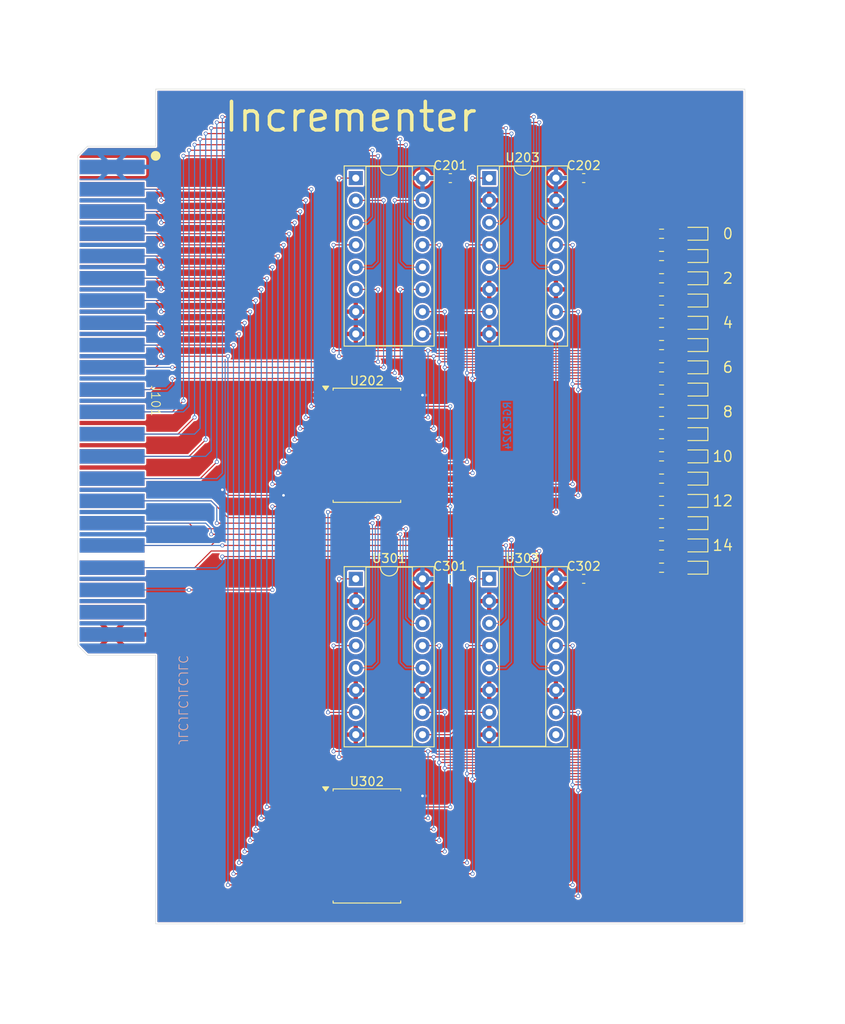
<source format=kicad_pcb>
(kicad_pcb (version 20240108) (generator "pcbnew") (generator_version "8.0")
  (layers (0 "F.Cu" signal) (31 "B.Cu" signal) (34 "B.Paste" user) (35 "F.Paste" user) (36 "B.SilkS" user "B.Silkscreen") (37 "F.SilkS" user "F.Silkscreen") (38 "B.Mask" user) (39 "F.Mask" user) (44 "Edge.Cuts" user))
  (net 0 "")
  (net 2 "/Reg1.In6")
  (net 3 "+5V")
  (net 4 "/~{OE}")
  (net 5 "/Reg0.In1")
  (net 6 "/Reg1.In5")
  (net 7 "/Reg1.In7")
  (net 8 "GND")
  (net 10 "/Reg1.In4")
  (net 12 "/Reg0.In2")
  (net 13 "/Reg1.In3")
  (net 15 "/Reg0.In3")
  (net 16 "/Reg0.In5")
  (net 17 "/Reg0.In4")
  (net 18 "/Reg0.In6")
  (net 19 "/Reg0.In0")
  (net 20 "/Reg1.In2")
  (net 21 "/Reg1.In0")
  (net 22 "/Reg1.In1")
  (net 24 "/Reg0.In7")
  (net 25 "Net-(D201-A)")
  (net 26 "Net-(D202-A)")
  (net 27 "Net-(D203-A)")
  (net 28 "Net-(D204-A)")
  (net 29 "Net-(D205-A)")
  (net 30 "Net-(D206-A)")
  (net 31 "Net-(D207-A)")
  (net 32 "Net-(D208-A)")
  (net 33 "Net-(D301-A)")
  (net 34 "Net-(D302-A)")
  (net 35 "Net-(D303-A)")
  (net 36 "Net-(D304-A)")
  (net 37 "Net-(D305-A)")
  (net 38 "Net-(D306-A)")
  (net 39 "Net-(D307-A)")
  (net 40 "Net-(D308-A)")
  (net 41 "/Increment 8 Bits (Lower)/Sum0")
  (net 42 "/Increment 8 Bits (Lower)/Sum1")
  (net 43 "/Increment 8 Bits (Lower)/Sum2")
  (net 44 "/Increment 8 Bits (Lower)/Sum3")
  (net 45 "/Increment 8 Bits (Lower)/Sum4")
  (net 46 "/Increment 8 Bits (Lower)/Sum5")
  (net 47 "/Increment 8 Bits (Lower)/Sum6")
  (net 48 "/Increment 8 Bits (Lower)/Sum7")
  (net 49 "/Increment 8 Bits (Upper)/Sum0")
  (net 50 "/Increment 8 Bits (Upper)/Sum1")
  (net 51 "/Increment 8 Bits (Upper)/Sum2")
  (net 52 "/Increment 8 Bits (Upper)/Sum3")
  (net 53 "/Increment 8 Bits (Upper)/Sum4")
  (net 54 "/Increment 8 Bits (Upper)/Sum5")
  (net 55 "/Increment 8 Bits (Upper)/Sum6")
  (net 56 "/Increment 8 Bits (Upper)/Sum7")
  (net 57 "/Increment 8 Bits (Lower)/Carry")
  (net 58 "/Increment 8 Bits (Lower)/C_{Out}")
  (net 59 "/Increment 8 Bits (Upper)/Carry")
  (net 60 "/Increment 8 Bits (Upper)/C_{Out}")
  (net 61 "/Incremented0.Out1")
  (net 62 "/Incremented0.Out4")
  (net 63 "/Incremented0.Out6")
  (net 64 "/Incremented0.Out0")
  (net 65 "/Incremented0.Out2")
  (net 66 "/Incremented0.Out3")
  (net 67 "/Incremented0.Out5")
  (net 68 "/Incremented0.Out7")
  (net 69 "/Increment0")
  (net 70 "/Increment2")
  (net 71 "/Increment3")
  (net 72 "/Increment1")
  (net 73 "/Incremented1.Out3")
  (net 74 "/Incremented1.Out4")
  (net 75 "/Incremented1.Out6")
  (net 76 "/Incremented1.Out0")
  (net 77 "/Incremented1.Out5")
  (net 78 "/Incremented1.Out7")
  (net 79 "/Incremented1.Out2")
  (net 80 "/Incremented1.Out1")
  (footprint "LED_SMD:LED_0603_1608Metric" (layer "F.Cu") (at 89.535 85.09 180)
    (property "Reference" "D304" (hide yes))
    (property "Value" "LED")
  )
  (footprint "Resistor_SMD:R_0603_1608Metric" (layer "F.Cu") (at 85.725 80.01)
    (property "Reference" "R302" (hide yes))
    (property "Value" "4.7k")
  )
  (footprint "Capacitor_SMD:C_0603_1608Metric" (layer "F.Cu") (at 61.595 50.8)
    (property "Reference" "C201")
    (property "Value" "C")
  )
  (footprint "Resistor_SMD:R_0603_1608Metric" (layer "F.Cu") (at 85.725 95.25)
    (property "Reference" "R308" (hide yes))
    (property "Value" "4.7k")
  )
  (footprint "Package_SO:SOIC-20W_7.5x12.8mm_P1.27mm" (layer "F.Cu") (at 52.07 81.28)
    (property "Reference" "U202")
    (property "Value" "74HC245")
  )
  (footprint "Resistor_SMD:R_0603_1608Metric" (layer "F.Cu") (at 85.725 82.55)
    (property "Reference" "R303" (hide yes))
    (property "Value" "4.7k")
  )
  (footprint "Resistor_SMD:R_0603_1608Metric" (layer "F.Cu") (at 85.725 64.77)
    (property "Reference" "R204" (hide yes))
    (property "Value" "4.7k")
  )
  (footprint "Capacitor_SMD:C_0603_1608Metric" (layer "F.Cu") (at 76.835 96.52)
    (property "Reference" "C302")
    (property "Value" "C")
  )
  (footprint "Resistor_SMD:R_0603_1608Metric" (layer "F.Cu") (at 85.725 92.71)
    (property "Reference" "R307" (hide yes))
    (property "Value" "4.7k")
  )
  (footprint "LED_SMD:LED_0603_1608Metric" (layer "F.Cu") (at 89.535 95.25 180)
    (property "Reference" "D308" (hide yes))
    (property "Value" "LED")
  )
  (footprint "LED_SMD:LED_0603_1608Metric" (layer "F.Cu") (at 89.535 82.55 180)
    (property "Reference" "D303" (hide yes))
    (property "Value" "LED")
  )
  (footprint "LED_SMD:LED_0603_1608Metric" (layer "F.Cu") (at 89.535 69.85 180)
    (property "Reference" "D206" (hide yes))
    (property "Value" "LED")
  )
  (footprint "Resistor_SMD:R_0603_1608Metric" (layer "F.Cu") (at 85.725 59.69)
    (property "Reference" "R202" (hide yes))
    (property "Value" "4.7k")
  )
  (footprint "Package_DIP:DIP-16_W7.62mm_Socket" (layer "F.Cu") (at 50.8 96.52)
    (property "Reference" "U301")
    (property "Value" "74HC283")
  )
  (footprint "Package_SO:SOIC-20W_7.5x12.8mm_P1.27mm" (layer "F.Cu") (at 52.07 127)
    (property "Reference" "U302")
    (property "Value" "74HC245")
  )
  (footprint "Package_DIP:DIP-16_W7.62mm_Socket" (layer "F.Cu") (at 50.8 50.8)
    (property "Reference" "U201" (hide yes))
    (property "Value" "74HC283")
  )
  (footprint "Resistor_SMD:R_0603_1608Metric" (layer "F.Cu") (at 85.725 72.39)
    (property "Reference" "R207" (hide yes))
    (property "Value" "4.7k")
  )
  (footprint "LED_SMD:LED_0603_1608Metric" (layer "F.Cu") (at 89.535 77.47 180)
    (property "Reference" "D301" (hide yes))
    (property "Value" "LED")
  )
  (footprint "Resistor_SMD:R_0603_1608Metric" (layer "F.Cu") (at 85.725 87.63)
    (property "Reference" "R305" (hide yes))
    (property "Value" "4.7k")
  )
  (footprint "Package_DIP:DIP-16_W7.62mm_Socket" (layer "F.Cu") (at 66.04 50.8)
    (property "Reference" "U203")
    (property "Value" "74HC283")
  )
  (footprint "Resistor_SMD:R_0603_1608Metric" (layer "F.Cu") (at 85.725 74.93)
    (property "Reference" "R208" (hide yes))
    (property "Value" "4.7k")
  )
  (footprint "Resistor_SMD:R_0603_1608Metric" (layer "F.Cu") (at 85.725 67.31)
    (property "Reference" "R205" (hide yes))
    (property "Value" "4.7k")
  )
  (footprint "LED_SMD:LED_0603_1608Metric" (layer "F.Cu") (at 89.535 92.71 180)
    (property "Reference" "D307" (hide yes))
    (property "Value" "LED")
  )
  (footprint "BoardEdgeConnectors:TE-5530843-4-Edge" (layer "F.Cu") (at 22.86 76.2 -90)
    (property "Reference" "J101")
    (property "Value" "~")
    (fp_line (start -27.94 3.81) (end 27.94 3.81) (stroke (width 0.05)) (layer "Edge.Cuts"))
    (fp_line (start -27.94 3.81) (end -29.0322 2.7178) (stroke (width 0.05)) (layer "Edge.Cuts"))
    (fp_line (start 27.94 3.81) (end 29.0322 2.7178) (stroke (width 0.05)) (layer "Edge.Cuts"))
    (fp_line (start -29.0322 2.7178) (end -29.0322 -5.08) (stroke (width 0.05)) (layer "Edge.Cuts"))
    (fp_line (start -29.0322 -5.08) (end -33.02 -5.08) (stroke (width 0.05)) (layer "Edge.Cuts"))
    (fp_line (start 29.0322 -5.08) (end 29.0322 2.7178) (stroke (width 0.05)) (layer "Edge.Cuts"))
    (fp_line (start 31.75 -5.08) (end 29.0322 -5.08) (stroke (width 0.05)) (layer "Edge.Cuts"))
  )
  (footprint "LED_SMD:LED_0603_1608Metric" (layer "F.Cu") (at 89.535 72.39 180)
    (property "Reference" "D207" (hide yes))
    (property "Value" "LED")
  )
  (footprint "LED_SMD:LED_0603_1608Metric" (layer "F.Cu") (at 89.535 59.69 180)
    (property "Reference" "D202" (hide yes))
    (property "Value" "LED")
  )
  (footprint "LED_SMD:LED_0603_1608Metric" (layer "F.Cu") (at 89.535 74.93 180)
    (property "Reference" "D208" (hide yes))
    (property "Value" "LED")
  )
  (footprint "LED_SMD:LED_0603_1608Metric" (layer "F.Cu") (at 89.535 90.17 180)
    (property "Reference" "D306" (hide yes))
    (property "Value" "LED")
  )
  (footprint "LED_SMD:LED_0603_1608Metric" (layer "F.Cu") (at 89.535 67.31 180)
    (property "Reference" "D205" (hide yes))
    (property "Value" "LED")
  )
  (footprint "Capacitor_SMD:C_0603_1608Metric" (layer "F.Cu") (at 76.835 50.8)
    (property "Reference" "C202")
    (property "Value" "C")
  )
  (footprint "LED_SMD:LED_0603_1608Metric" (layer "F.Cu") (at 89.535 80.01 180)
    (property "Reference" "D302" (hide yes))
    (property "Value" "LED")
  )
  (footprint "Resistor_SMD:R_0603_1608Metric" (layer "F.Cu") (at 85.725 85.09)
    (property "Reference" "R304" (hide yes))
    (property "Value" "4.7k")
  )
  (footprint "Resistor_SMD:R_0603_1608Metric" (layer "F.Cu") (at 85.725 69.85)
    (property "Reference" "R206" (hide yes))
    (property "Value" "4.7k")
  )
  (footprint "LED_SMD:LED_0603_1608Metric" (layer "F.Cu") (at 89.535 62.23 180)
    (property "Reference" "D203" (hide yes))
    (property "Value" "LED")
  )
  (footprint "Resistor_SMD:R_0603_1608Metric" (layer "F.Cu") (at 85.725 62.23)
    (property "Reference" "R203" (hide yes))
    (property "Value" "4.7k")
  )
  (footprint "LED_SMD:LED_0603_1608Metric" (layer "F.Cu") (at 89.535 87.63 180)
    (property "Reference" "D305" (hide yes))
    (property "Value" "LED")
  )
  (footprint "Resistor_SMD:R_0603_1608Metric" (layer "F.Cu") (at 85.725 90.17)
    (property "Reference" "R306" (hide yes))
    (property "Value" "4.7k")
  )
  (footprint "Resistor_SMD:R_0603_1608Metric" (layer "F.Cu") (at 85.725 77.47)
    (property "Reference" "R301" (hide yes))
    (property "Value" "4.7k")
  )
  (footprint "Capacitor_SMD:C_0603_1608Metric" (layer "F.Cu") (at 61.595 96.52)
    (property "Reference" "C301")
    (property "Value" "C")
  )
  (footprint "LED_SMD:LED_0603_1608Metric" (layer "F.Cu") (at 89.535 64.77 180)
    (property "Reference" "D204" (hide yes))
    (property "Value" "LED")
  )
  (footprint "LED_SMD:LED_0603_1608Metric" (layer "F.Cu") (at 89.535 57.15 180)
    (property "Reference" "D201" (hide yes))
    (property "Value" "LED")
  )
  (footprint "Package_DIP:DIP-16_W7.62mm_Socket" (layer "F.Cu") (at 66.04 96.52)
    (property "Reference" "U303")
    (property "Value" "74HC283")
  )
  (footprint "Resistor_SMD:R_0603_1608Metric" (layer "F.Cu") (at 85.725 57.15)
    (property "Reference" "R201" (hide yes))
    (property "Value" "4.7k")
  )
  (gr_line (start 95.25 40.64) (end 95.25 135.89) (stroke (width 0.05)) (layer "Edge.Cuts"))
  (gr_line (start 27.94 40.64) (end 95.25 40.64) (stroke (width 0.05)) (layer "Edge.Cuts"))
  (gr_line (start 27.94 43.18) (end 27.94 40.64) (stroke (width 0.05)) (layer "Edge.Cuts"))
  (gr_line (start 95.25 135.89) (end 34.925 135.89) (stroke (width 0.05)) (layer "Edge.Cuts"))
  (gr_line (start 27.94 135.89) (end 34.925 135.89) (stroke (width 0.05)) (layer "Edge.Cuts"))
  (gr_line (start 27.94 107.95) (end 27.94 135.89) (stroke (width 0.05)) (layer "Edge.Cuts"))
  (gr_text "RGE2024" (at 68.58 76.2 90) (layer "B.Cu") (effects (font (size 0.8128 0.8128) (thickness 0.1524) (bold yes)) (justify left bottom mirror)))
  (gr_text "JLCJLCJLCJLC" (at 30.48 115.57 -90) (layer "B.SilkS") (effects (font (size 1 1) (thickness 0.1)) (justify left bottom mirror)))
  (gr_text "12" (at 93.98 87.63 0) (layer "F.SilkS") (effects (font (size 1.2192 1.2192) (thickness 0.1524)) (justify right)))
  (gr_text "10" (at 93.98 82.55 0) (layer "F.SilkS") (effects (font (size 1.2192 1.2192) (thickness 0.1524)) (justify right)))
  (gr_text "14" (at 93.98 92.71 0) (layer "F.SilkS") (effects (font (size 1.2192 1.2192) (thickness 0.1524)) (justify right)))
  (gr_text "0" (at 93.98 57.15 0) (layer "F.SilkS") (effects (font (size 1.2192 1.2192) (thickness 0.1524)) (justify right)))
  (gr_text "8" (at 93.98 77.47 0) (layer "F.SilkS") (effects (font (size 1.2192 1.2192) (thickness 0.1524)) (justify right)))
  (gr_text "Incrementer" (at 35.56 45.72 0) (layer "F.SilkS") (effects (font (size 3.2512 3.2512) (thickness 0.4064)) (justify left bottom)))
  (gr_text "2" (at 93.98 62.23 0) (layer "F.SilkS") (effects (font (size 1.2192 1.2192) (thickness 0.1524)) (justify right)))
  (gr_text "6" (at 93.98 72.39 0) (layer "F.SilkS") (effects (font (size 1.2192 1.2192) (thickness 0.1524)) (justify right)))
  (gr_text "4" (at 93.98 67.31 0) (layer "F.SilkS") (effects (font (size 1.2192 1.2192) (thickness 0.1524)) (justify right)))
  (segment (start 34.29 93.345) (end 32.385 95.25) (width 0.127) (layer "F.Cu") (net 2))
  (segment (start 32.385 95.25) (end 22.9616 95.25) (width 0.127) (layer "F.Cu") (net 2))
  (segment (start 71.755 93.345) (end 34.29 93.345) (width 0.127) (layer "F.Cu") (net 2))
  (via (at 71.755 93.345) (size 0.45) (drill 0.3) (layers "F.Cu" "B.Cu") (net 2))
  (segment (start 71.755 100.965) (end 71.755 93.345) (width 0.127) (layer "B.Cu") (net 2))
  (segment (start 73.66 101.6) (end 72.39 101.6) (width 0.127) (layer "B.Cu") (net 2))
  (segment (start 72.39 101.6) (end 71.755 100.965) (width 0.127) (layer "B.Cu") (net 2))
  (segment (start 73.66 50.8) (end 76.06 50.8) (width 0.254) (layer "F.Cu") (net 3))
  (segment (start 36.195 86.995) (end 35.56 86.36) (width 0.127) (layer "F.Cu") (net 3))
  (segment (start 73.66 96.52) (end 76.06 96.52) (width 0.254) (layer "F.Cu") (net 3))
  (segment (start 58.42 96.52) (end 60.82 96.52) (width 0.254) (layer "F.Cu") (net 3))
  (segment (start 58.42 50.8) (end 60.82 50.8) (width 0.254) (layer "F.Cu") (net 3))
  (segment (start 56.72 75.565) (end 58.42 75.565) (width 0.254) (layer "F.Cu") (net 3))
  (segment (start 42.545 86.995) (end 36.195 86.995) (width 0.127) (layer "F.Cu") (net 3))
  (segment (start 56.72 121.285) (end 58.42 121.285) (width 0.254) (layer "F.Cu") (net 3))
  (via (at 58.42 121.285) (size 0.45) (drill 0.3) (layers "F.Cu" "B.Cu") (net 3))
  (via (at 42.545 86.995) (size 0.45) (drill 0.3) (layers "F.Cu" "B.Cu") (net 3))
  (via (at 58.42 75.565) (size 0.45) (drill 0.3) (layers "F.Cu" "B.Cu") (net 3))
  (via (at 35.56 86.36) (size 0.45) (drill 0.3) (layers "F.Cu" "B.Cu") (net 3))
  (segment (start 22.9616 49.53) (end 28.575 49.53) (width 0.508) (layer "B.Cu") (net 3))
  (segment (start 56.72 122.555) (end 61.595 122.555) (width 0.127) (layer "F.Cu") (net 4))
  (segment (start 61.595 88.265) (end 41.275 88.265) (width 0.127) (layer "F.Cu") (net 4))
  (segment (start 56.72 76.835) (end 61.595 76.835) (width 0.127) (layer "F.Cu") (net 4))
  (segment (start 41.275 97.79) (end 31.75 97.79) (width 0.127) (layer "F.Cu") (net 4))
  (via (at 31.75 97.79) (size 0.45) (drill 0.3) (layers "F.Cu" "B.Cu") (net 4))
  (via (at 41.275 88.265) (size 0.45) (drill 0.3) (layers "F.Cu" "B.Cu") (net 4))
  (via (at 61.595 88.265) (size 0.45) (drill 0.3) (layers "F.Cu" "B.Cu") (net 4))
  (via (at 61.595 122.555) (size 0.45) (drill 0.3) (layers "F.Cu" "B.Cu") (net 4))
  (via (at 41.275 97.79) (size 0.45) (drill 0.3) (layers "F.Cu" "B.Cu") (net 4))
  (via (at 61.595 76.835) (size 0.45) (drill 0.3) (layers "F.Cu" "B.Cu") (net 4))
  (segment (start 61.595 76.835) (end 61.595 88.265) (width 0.127) (layer "B.Cu") (net 4))
  (segment (start 61.595 88.265) (end 61.595 122.555) (width 0.127) (layer "B.Cu") (net 4))
  (segment (start 41.275 88.265) (end 41.275 97.79) (width 0.127) (layer "B.Cu") (net 4))
  (segment (start 31.75 97.79) (end 22.9616 97.79) (width 0.127) (layer "B.Cu") (net 4))
  (segment (start 52.705 47.625) (end 34.925 47.625) (width 0.127) (layer "F.Cu") (net 5))
  (segment (start 34.925 47.625) (end 31.75 47.625) (width 0.127) (layer "F.Cu") (net 5))
  (via (at 31.75 47.625) (size 0.45) (drill 0.3) (layers "F.Cu" "B.Cu") (net 5))
  (via (at 52.705 47.625) (size 0.45) (drill 0.3) (layers "F.Cu" "B.Cu") (net 5))
  (segment (start 31.115 77.47) (end 31.75 76.835) (width 0.127) (layer "B.Cu") (net 5))
  (segment (start 52.07 55.88) (end 52.705 55.245) (width 0.127) (layer "B.Cu") (net 5))
  (segment (start 31.75 76.835) (end 31.75 47.625) (width 0.127) (layer "B.Cu") (net 5))
  (segment (start 52.705 55.245) (end 52.705 47.625) (width 0.127) (layer "B.Cu") (net 5))
  (segment (start 22.9616 77.47) (end 31.115 77.47) (width 0.127) (layer "B.Cu") (net 5))
  (segment (start 50.8 55.88) (end 52.07 55.88) (width 0.127) (layer "B.Cu") (net 5))
  (segment (start 67.945 92.71) (end 35.56 92.71) (width 0.127) (layer "F.Cu") (net 6))
  (via (at 35.56 92.71) (size 0.45) (drill 0.3) (layers "F.Cu" "B.Cu") (net 6))
  (via (at 67.945 92.71) (size 0.45) (drill 0.3) (layers "F.Cu" "B.Cu") (net 6))
  (segment (start 66.04 101.6) (end 67.31 101.6) (width 0.127) (layer "B.Cu") (net 6))
  (segment (start 67.31 101.6) (end 67.945 100.965) (width 0.127) (layer "B.Cu") (net 6))
  (segment (start 67.945 100.965) (end 67.945 93.345) (width 0.127) (layer "B.Cu") (net 6))
  (segment (start 22.9616 92.71) (end 35.56 92.71) (width 0.127) (layer "B.Cu") (net 6))
  (segment (start 67.945 93.345) (end 67.945 92.71) (width 0.127) (layer "B.Cu") (net 6))
  (segment (start 71.12 93.98) (end 35.56 93.98) (width 0.127) (layer "F.Cu") (net 7))
  (via (at 35.56 93.98) (size 0.45) (drill 0.3) (layers "F.Cu" "B.Cu") (net 7))
  (via (at 71.12 93.98) (size 0.45) (drill 0.3) (layers "F.Cu" "B.Cu") (net 7))
  (segment (start 71.12 106.045) (end 71.12 93.98) (width 0.127) (layer "B.Cu") (net 7))
  (segment (start 35.56 94.615) (end 35.56 93.98) (width 0.127) (layer "B.Cu") (net 7))
  (segment (start 71.755 106.68) (end 71.12 106.045) (width 0.127) (layer "B.Cu") (net 7))
  (segment (start 73.66 106.68) (end 71.755 106.68) (width 0.127) (layer "B.Cu") (net 7))
  (segment (start 22.9616 95.25) (end 34.925 95.25) (width 0.127) (layer "B.Cu") (net 7))
  (segment (start 34.925 95.25) (end 35.56 94.615) (width 0.127) (layer "B.Cu") (net 7))
  (segment (start 22.9616 102.87) (end 28.575 102.87) (width 0.508) (layer "F.Cu") (net 8))
  (segment (start 68.58 92.075) (end 34.925 92.075) (width 0.127) (layer "F.Cu") (net 10))
  (segment (start 34.925 92.075) (end 34.29 92.71) (width 0.127) (layer "F.Cu") (net 10))
  (segment (start 34.29 92.71) (end 22.9616 92.71) (width 0.127) (layer "F.Cu") (net 10))
  (via (at 68.58 92.075) (size 0.45) (drill 0.3) (layers "F.Cu" "B.Cu") (net 10))
  (segment (start 66.04 106.68) (end 67.945 106.68) (width 0.127) (layer "B.Cu") (net 10))
  (segment (start 68.58 106.045) (end 68.58 93.98) (width 0.127) (layer "B.Cu") (net 10))
  (segment (start 67.945 106.68) (end 68.58 106.045) (width 0.127) (layer "B.Cu") (net 10))
  (segment (start 68.58 93.98) (end 68.58 92.075) (width 0.127) (layer "B.Cu") (net 10))
  (segment (start 34.29 46.99) (end 56.515 46.99) (width 0.127) (layer "F.Cu") (net 12))
  (segment (start 30.48 80.01) (end 22.9616 80.01) (width 0.127) (layer "F.Cu") (net 12))
  (segment (start 34.29 46.99) (end 32.385 46.99) (width 0.127) (layer "F.Cu") (net 12))
  (segment (start 32.385 78.105) (end 30.48 80.01) (width 0.127) (layer "F.Cu") (net 12))
  (via (at 32.385 46.99) (size 0.45) (drill 0.3) (layers "F.Cu" "B.Cu") (net 12))
  (via (at 56.515 46.99) (size 0.45) (drill 0.3) (layers "F.Cu" "B.Cu") (net 12))
  (via (at 32.385 78.105) (size 0.45) (drill 0.3) (layers "F.Cu" "B.Cu") (net 12))
  (segment (start 58.42 55.88) (end 57.15 55.88) (width 0.127) (layer "B.Cu") (net 12))
  (segment (start 57.15 55.88) (end 56.515 55.245) (width 0.127) (layer "B.Cu") (net 12))
  (segment (start 32.385 52.705) (end 32.385 78.105) (width 0.127) (layer "B.Cu") (net 12))
  (segment (start 56.515 55.245) (end 56.515 46.99) (width 0.127) (layer "B.Cu") (net 12))
  (segment (start 32.385 46.99) (end 32.385 52.705) (width 0.127) (layer "B.Cu") (net 12))
  (segment (start 55.88 91.44) (end 34.925 91.44) (width 0.127) (layer "F.Cu") (net 13))
  (segment (start 34.925 91.44) (end 34.29 91.44) (width 0.127) (layer "F.Cu") (net 13))
  (via (at 34.29 91.44) (size 0.45) (drill 0.3) (layers "F.Cu" "B.Cu") (net 13))
  (via (at 55.88 91.44) (size 0.45) (drill 0.3) (layers "F.Cu" "B.Cu") (net 13))
  (segment (start 55.88 106.045) (end 55.88 92.71) (width 0.127) (layer "B.Cu") (net 13))
  (segment (start 33.655 90.17) (end 22.9616 90.17) (width 0.127) (layer "B.Cu") (net 13))
  (segment (start 34.29 91.44) (end 34.29 90.805) (width 0.127) (layer "B.Cu") (net 13))
  (segment (start 56.515 106.68) (end 55.88 106.045) (width 0.127) (layer "B.Cu") (net 13))
  (segment (start 34.29 90.805) (end 33.655 90.17) (width 0.127) (layer "B.Cu") (net 13))
  (segment (start 58.42 106.68) (end 56.515 106.68) (width 0.127) (layer "B.Cu") (net 13))
  (segment (start 55.88 92.71) (end 55.88 91.44) (width 0.127) (layer "B.Cu") (net 13))
  (segment (start 55.88 46.355) (end 33.02 46.355) (width 0.127) (layer "F.Cu") (net 15))
  (via (at 55.88 46.355) (size 0.45) (drill 0.3) (layers "F.Cu" "B.Cu") (net 15))
  (via (at 33.02 46.355) (size 0.45) (drill 0.3) (layers "F.Cu" "B.Cu") (net 15))
  (segment (start 56.515 60.96) (end 55.88 60.325) (width 0.127) (layer "B.Cu") (net 15))
  (segment (start 58.42 60.96) (end 56.515 60.96) (width 0.127) (layer "B.Cu") (net 15))
  (segment (start 33.02 79.375) (end 33.02 46.355) (width 0.127) (layer "B.Cu") (net 15))
  (segment (start 22.9616 80.01) (end 32.385 80.01) (width 0.127) (layer "B.Cu") (net 15))
  (segment (start 32.385 80.01) (end 33.02 79.375) (width 0.127) (layer "B.Cu") (net 15))
  (segment (start 55.88 60.325) (end 55.88 46.355) (width 0.127) (layer "B.Cu") (net 15))
  (segment (start 67.945 45.085) (end 34.29 45.085) (width 0.127) (layer "F.Cu") (net 16))
  (via (at 67.945 45.085) (size 0.45) (drill 0.3) (layers "F.Cu" "B.Cu") (net 16))
  (via (at 34.29 45.085) (size 0.45) (drill 0.3) (layers "F.Cu" "B.Cu") (net 16))
  (segment (start 67.945 45.72) (end 67.945 45.085) (width 0.127) (layer "B.Cu") (net 16))
  (segment (start 67.945 46.99) (end 67.945 45.72) (width 0.127) (layer "B.Cu") (net 16))
  (segment (start 34.29 81.915) (end 33.655 82.55) (width 0.127) (layer "B.Cu") (net 16))
  (segment (start 67.31 55.88) (end 67.945 55.245) (width 0.127) (layer "B.Cu") (net 16))
  (segment (start 67.945 55.245) (end 67.945 46.99) (width 0.127) (layer "B.Cu") (net 16))
  (segment (start 34.29 45.085) (end 34.29 81.915) (width 0.127) (layer "B.Cu") (net 16))
  (segment (start 66.04 55.88) (end 67.31 55.88) (width 0.127) (layer "B.Cu") (net 16))
  (segment (start 33.655 82.55) (end 22.9616 82.55) (width 0.127) (layer "B.Cu") (net 16))
  (segment (start 33.655 45.72) (end 68.58 45.72) (width 0.127) (layer "F.Cu") (net 17))
  (segment (start 31.75 82.55) (end 22.9616 82.55) (width 0.127) (layer "F.Cu") (net 17))
  (segment (start 33.655 80.645) (end 31.75 82.55) (width 0.127) (layer "F.Cu") (net 17))
  (via (at 33.655 45.72) (size 0.45) (drill 0.3) (layers "F.Cu" "B.Cu") (net 17))
  (via (at 68.58 45.72) (size 0.45) (drill 0.3) (layers "F.Cu" "B.Cu") (net 17))
  (via (at 33.655 80.645) (size 0.45) (drill 0.3) (layers "F.Cu" "B.Cu") (net 17))
  (segment (start 67.945 60.96) (end 68.58 60.325) (width 0.127) (layer "B.Cu") (net 17))
  (segment (start 68.58 60.325) (end 68.58 46.99) (width 0.127) (layer "B.Cu") (net 17))
  (segment (start 66.04 60.96) (end 67.945 60.96) (width 0.127) (layer "B.Cu") (net 17))
  (segment (start 68.58 46.99) (end 68.58 45.72) (width 0.127) (layer "B.Cu") (net 17))
  (segment (start 33.655 45.72) (end 33.655 80.645) (width 0.127) (layer "B.Cu") (net 17))
  (segment (start 33.02 85.09) (end 22.9616 85.09) (width 0.127) (layer "F.Cu") (net 18))
  (segment (start 34.925 83.185) (end 33.02 85.09) (width 0.127) (layer "F.Cu") (net 18))
  (segment (start 34.925 44.45) (end 71.755 44.45) (width 0.127) (layer "F.Cu") (net 18))
  (via (at 34.925 44.45) (size 0.45) (drill 0.3) (layers "F.Cu" "B.Cu") (net 18))
  (via (at 71.755 44.45) (size 0.45) (drill 0.3) (layers "F.Cu" "B.Cu") (net 18))
  (via (at 34.925 83.185) (size 0.45) (drill 0.3) (layers "F.Cu" "B.Cu") (net 18))
  (segment (start 73.66 55.88) (end 72.39 55.88) (width 0.127) (layer "B.Cu") (net 18))
  (segment (start 71.755 46.99) (end 71.755 44.45) (width 0.127) (layer "B.Cu") (net 18))
  (segment (start 72.39 55.88) (end 71.755 55.245) (width 0.127) (layer "B.Cu") (net 18))
  (segment (start 71.755 55.245) (end 71.755 46.99) (width 0.127) (layer "B.Cu") (net 18))
  (segment (start 34.925 44.45) (end 34.925 83.185) (width 0.127) (layer "B.Cu") (net 18))
  (segment (start 29.845 77.47) (end 22.9616 77.47) (width 0.127) (layer "F.Cu") (net 19))
  (segment (start 35.56 48.26) (end 53.34 48.26) (width 0.127) (layer "F.Cu") (net 19))
  (segment (start 31.115 76.2) (end 29.845 77.47) (width 0.127) (layer "F.Cu") (net 19))
  (segment (start 35.56 48.26) (end 31.115 48.26) (width 0.127) (layer "F.Cu") (net 19))
  (via (at 31.115 76.2) (size 0.45) (drill 0.3) (layers "F.Cu" "B.Cu") (net 19))
  (via (at 31.115 48.26) (size 0.45) (drill 0.3) (layers "F.Cu" "B.Cu") (net 19))
  (via (at 53.34 48.26) (size 0.45) (drill 0.3) (layers "F.Cu" "B.Cu") (net 19))
  (segment (start 31.115 48.26) (end 31.115 76.2) (width 0.127) (layer "B.Cu") (net 19))
  (segment (start 53.34 60.325) (end 53.34 48.26) (width 0.127) (layer "B.Cu") (net 19))
  (segment (start 50.8 60.96) (end 52.705 60.96) (width 0.127) (layer "B.Cu") (net 19))
  (segment (start 52.705 60.96) (end 53.34 60.325) (width 0.127) (layer "B.Cu") (net 19))
  (segment (start 56.515 90.805) (end 32.385 90.805) (width 0.127) (layer "F.Cu") (net 20))
  (segment (start 32.385 90.805) (end 31.75 90.17) (width 0.127) (layer "F.Cu") (net 20))
  (segment (start 31.75 90.17) (end 22.9616 90.17) (width 0.127) (layer "F.Cu") (net 20))
  (via (at 56.515 90.805) (size 0.45) (drill 0.3) (layers "F.Cu" "B.Cu") (net 20))
  (segment (start 57.15 101.6) (end 56.515 100.965) (width 0.127) (layer "B.Cu") (net 20))
  (segment (start 58.42 101.6) (end 57.15 101.6) (width 0.127) (layer "B.Cu") (net 20))
  (segment (start 56.515 100.965) (end 56.515 92.71) (width 0.127) (layer "B.Cu") (net 20))
  (segment (start 56.515 92.71) (end 56.515 91.44) (width 0.127) (layer "B.Cu") (net 20))
  (segment (start 56.515 91.44) (end 56.515 90.805) (width 0.127) (layer "B.Cu") (net 20))
  (segment (start 34.29 87.63) (end 36.195 89.535) (width 0.127) (layer "F.Cu") (net 21))
  (segment (start 22.9616 87.63) (end 34.29 87.63) (width 0.127) (layer "F.Cu") (net 21))
  (segment (start 53.34 89.535) (end 36.195 89.535) (width 0.127) (layer "F.Cu") (net 21))
  (via (at 53.34 89.535) (size 0.45) (drill 0.3) (layers "F.Cu" "B.Cu") (net 21))
  (segment (start 53.34 106.045) (end 53.34 93.98) (width 0.127) (layer "B.Cu") (net 21))
  (segment (start 50.8 106.68) (end 52.705 106.68) (width 0.127) (layer "B.Cu") (net 21))
  (segment (start 53.34 90.17) (end 53.34 89.535) (width 0.127) (layer "B.Cu") (net 21))
  (segment (start 52.705 106.68) (end 53.34 106.045) (width 0.127) (layer "B.Cu") (net 21))
  (segment (start 53.34 93.98) (end 53.34 90.17) (width 0.127) (layer "B.Cu") (net 21))
  (segment (start 35.56 90.17) (end 34.925 90.17) (width 0.127) (layer "F.Cu") (net 22))
  (segment (start 52.705 90.17) (end 35.56 90.17) (width 0.127) (layer "F.Cu") (net 22))
  (via (at 52.705 90.17) (size 0.45) (drill 0.3) (layers "F.Cu" "B.Cu") (net 22))
  (via (at 34.925 90.17) (size 0.45) (drill 0.3) (layers "F.Cu" "B.Cu") (net 22))
  (segment (start 34.925 90.17) (end 34.925 88.265) (width 0.127) (layer "B.Cu") (net 22))
  (segment (start 52.705 100.965) (end 52.705 93.98) (width 0.127) (layer "B.Cu") (net 22))
  (segment (start 50.8 101.6) (end 52.07 101.6) (width 0.127) (layer "B.Cu") (net 22))
  (segment (start 34.925 88.265) (end 34.29 87.63) (width 0.127) (layer "B.Cu") (net 22))
  (segment (start 34.29 87.63) (end 22.9616 87.63) (width 0.127) (layer "B.Cu") (net 22))
  (segment (start 52.705 93.98) (end 52.705 90.17) (width 0.127) (layer "B.Cu") (net 22))
  (segment (start 52.07 101.6) (end 52.705 100.965) (width 0.127) (layer "B.Cu") (net 22))
  (segment (start 35.56 43.815) (end 71.12 43.815) (width 0.127) (layer "F.Cu") (net 24))
  (via (at 71.12 43.815) (size 0.45) (drill 0.3) (layers "F.Cu" "B.Cu") (net 24))
  (via (at 35.56 43.815) (size 0.45) (drill 0.3) (layers "F.Cu" "B.Cu") (net 24))
  (segment (start 71.755 60.96) (end 71.12 60.325) (width 0.127) (layer "B.Cu") (net 24))
  (segment (start 71.12 46.99) (end 71.12 44.45) (width 0.127) (layer "B.Cu") (net 24))
  (segment (start 35.56 43.815) (end 35.56 84.455) (width 0.127) (layer "B.Cu") (net 24))
  (segment (start 73.66 60.96) (end 71.755 60.96) (width 0.127) (layer "B.Cu") (net 24))
  (segment (start 34.925 85.09) (end 22.9616 85.09) (width 0.127) (layer "B.Cu") (net 24))
  (segment (start 71.12 44.45) (end 71.12 43.815) (width 0.127) (layer "B.Cu") (net 24))
  (segment (start 71.12 60.325) (end 71.12 46.99) (width 0.127) (layer "B.Cu") (net 24))
  (segment (start 35.56 84.455) (end 34.925 85.09) (width 0.127) (layer "B.Cu") (net 24))
  (segment (start 86.55 57.15) (end 88.7475 57.15) (width 0.127) (layer "F.Cu") (net 25))
  (segment (start 86.55 59.69) (end 88.7475 59.69) (width 0.127) (layer "F.Cu") (net 26))
  (segment (start 86.55 62.23) (end 88.7475 62.23) (width 0.127) (layer "F.Cu") (net 27))
  (segment (start 86.55 64.77) (end 88.7475 64.77) (width 0.127) (layer "F.Cu") (net 28))
  (segment (start 86.55 67.31) (end 88.7475 67.31) (width 0.127) (layer "F.Cu") (net 29))
  (segment (start 86.55 69.85) (end 88.7475 69.85) (width 0.127) (layer "F.Cu") (net 30))
  (segment (start 86.55 72.39) (end 88.7475 72.39) (width 0.127) (layer "F.Cu") (net 31))
  (segment (start 86.55 74.93) (end 88.7475 74.93) (width 0.127) (layer "F.Cu") (net 32))
  (segment (start 86.55 77.47) (end 88.7475 77.47) (width 0.127) (layer "F.Cu") (net 33))
  (segment (start 86.55 80.01) (end 88.7475 80.01) (width 0.127) (layer "F.Cu") (net 34))
  (segment (start 86.55 82.55) (end 88.7475 82.55) (width 0.127) (layer "F.Cu") (net 35))
  (segment (start 86.55 85.09) (end 88.7475 85.09) (width 0.127) (layer "F.Cu") (net 36))
  (segment (start 86.55 87.63) (end 88.7475 87.63) (width 0.127) (layer "F.Cu") (net 37))
  (segment (start 86.55 90.17) (end 88.7475 90.17) (width 0.127) (layer "F.Cu") (net 38))
  (segment (start 86.55 92.71) (end 88.7475 92.71) (width 0.127) (layer "F.Cu") (net 39))
  (segment (start 86.55 95.25) (end 88.7475 95.25) (width 0.127) (layer "F.Cu") (net 40))
  (segment (start 48.26 70.485) (end 59.055 70.485) (width 0.127) (layer "F.Cu") (net 41))
  (segment (start 59.055 70.485) (end 77.47 70.485) (width 0.127) (layer "F.Cu") (net 41))
  (segment (start 78.74 57.15) (end 84.9 57.15) (width 0.127) (layer "F.Cu") (net 41))
  (segment (start 78.105 57.785) (end 78.74 57.15) (width 0.127) (layer "F.Cu") (net 41))
  (segment (start 78.105 69.85) (end 78.105 57.785) (width 0.127) (layer "F.Cu") (net 41))
  (segment (start 56.72 78.105) (end 59.055 78.105) (width 0.127) (layer "F.Cu") (net 41))
  (segment (start 77.47 70.485) (end 78.105 69.85) (width 0.127) (layer "F.Cu") (net 41))
  (segment (start 50.8 58.42) (end 48.26 58.42) (width 0.127) (layer "F.Cu") (net 41))
  (via (at 48.26 58.42) (size 0.45) (drill 0.3) (layers "F.Cu" "B.Cu") (net 41))
  (via (at 59.055 70.485) (size 0.45) (drill 0.3) (layers "F.Cu" "B.Cu") (net 41))
  (via (at 59.055 78.105) (size 0.45) (drill 0.3) (layers "F.Cu" "B.Cu") (net 41))
  (via (at 48.26 70.485) (size 0.45) (drill 0.3) (layers "F.Cu" "B.Cu") (net 41))
  (segment (start 48.26 58.42) (end 48.26 70.485) (width 0.127) (layer "B.Cu") (net 41))
  (segment (start 59.055 70.485) (end 59.055 78.105) (width 0.127) (layer "B.Cu") (net 41))
  (segment (start 78.105 71.12) (end 59.69 71.12) (width 0.127) (layer "F.Cu") (net 42))
  (segment (start 79.375 59.69) (end 78.74 60.325) (width 0.127) (layer "F.Cu") (net 42))
  (segment (start 50.8 50.8) (end 48.895 50.8) (width 0.127) (layer "F.Cu") (net 42))
  (segment (start 78.74 70.485) (end 78.105 71.12) (width 0.127) (layer "F.Cu") (net 42))
  (segment (start 56.72 79.375) (end 59.69 79.375) (width 0.127) (layer "F.Cu") (net 42))
  (segment (start 48.895 71.12) (end 59.69 71.12) (width 0.127) (layer "F.Cu") (net 42))
  (segment (start 84.9 59.69) (end 79.375 59.69) (width 0.127) (layer "F.Cu") (net 42))
  (segment (start 78.74 60.325) (end 78.74 70.485) (width 0.127) (layer "F.Cu") (net 42))
  (via (at 48.895 50.8) (size 0.45) (drill 0.3) (layers "F.Cu" "B.Cu") (net 42))
  (via (at 48.895 71.12) (size 0.45) (drill 0.3) (layers "F.Cu" "B.Cu") (net 42))
  (via (at 59.69 71.12) (size 0.45) (drill 0.3) (layers "F.Cu" "B.Cu") (net 42))
  (via (at 59.69 79.375) (size 0.45) (drill 0.3) (layers "F.Cu" "B.Cu") (net 42))
  (segment (start 59.69 71.12) (end 59.69 79.375) (width 0.127) (layer "B.Cu") (net 42))
  (segment (start 48.895 70.485) (end 48.895 71.12) (width 0.127) (layer "B.Cu") (net 42))
  (segment (start 48.895 50.8) (end 48.895 70.485) (width 0.127) (layer "B.Cu") (net 42))
  (segment (start 58.42 58.42) (end 60.325 58.42) (width 0.127) (layer "F.Cu") (net 43))
  (segment (start 79.375 71.12) (end 78.74 71.755) (width 0.127) (layer "F.Cu") (net 43))
  (segment (start 84.9 62.23) (end 80.01 62.23) (width 0.127) (layer "F.Cu") (net 43))
  (segment (start 78.74 71.755) (end 60.325 71.755) (width 0.127) (layer "F.Cu") (net 43))
  (segment (start 79.375 62.865) (end 79.375 71.12) (width 0.127) (layer "F.Cu") (net 43))
  (segment (start 80.01 62.23) (end 79.375 62.865) (width 0.127) (layer "F.Cu") (net 43))
  (segment (start 56.72 80.645) (end 60.325 80.645) (width 0.127) (layer "F.Cu") (net 43))
  (via (at 60.325 71.755) (size 0.45) (drill 0.3) (layers "F.Cu" "B.Cu") (net 43))
  (via (at 60.325 80.645) (size 0.45) (drill 0.3) (layers "F.Cu" "B.Cu") (net 43))
  (via (at 60.325 58.42) (size 0.45) (drill 0.3) (layers "F.Cu" "B.Cu") (net 43))
  (segment (start 60.325 70.485) (end 60.325 71.755) (width 0.127) (layer "B.Cu") (net 43))
  (segment (start 60.325 71.755) (end 60.325 80.645) (width 0.127) (layer "B.Cu") (net 43))
  (segment (start 60.325 58.42) (end 60.325 70.485) (width 0.127) (layer "B.Cu") (net 43))
  (segment (start 79.375 72.39) (end 60.96 72.39) (width 0.127) (layer "F.Cu") (net 44))
  (segment (start 56.72 81.915) (end 60.96 81.915) (width 0.127) (layer "F.Cu") (net 44))
  (segment (start 80.01 65.405) (end 80.01 71.755) (width 0.127) (layer "F.Cu") (net 44))
  (segment (start 80.645 64.77) (end 80.01 65.405) (width 0.127) (layer "F.Cu") (net 44))
  (segment (start 80.01 71.755) (end 79.375 72.39) (width 0.127) (layer "F.Cu") (net 44))
  (segment (start 84.9 64.77) (end 80.645 64.77) (width 0.127) (layer "F.Cu") (net 44))
  (segment (start 58.42 66.04) (end 60.96 66.04) (width 0.127) (layer "F.Cu") (net 44))
  (via (at 60.96 66.04) (size 0.45) (drill 0.3) (layers "F.Cu" "B.Cu") (net 44))
  (via (at 60.96 72.39) (size 0.45) (drill 0.3) (layers "F.Cu" "B.Cu") (net 44))
  (via (at 60.96 81.915) (size 0.45) (drill 0.3) (layers "F.Cu" "B.Cu") (net 44))
  (segment (start 60.96 66.04) (end 60.96 70.485) (width 0.127) (layer "B.Cu") (net 44))
  (segment (start 60.96 72.39) (end 60.96 81.915) (width 0.127) (layer "B.Cu") (net 44))
  (segment (start 60.96 70.485) (end 60.96 72.39) (width 0.127) (layer "B.Cu") (net 44))
  (segment (start 84.9 67.31) (end 81.28 67.31) (width 0.127) (layer "F.Cu") (net 45))
  (segment (start 66.04 58.42) (end 63.5 58.42) (width 0.127) (layer "F.Cu") (net 45))
  (segment (start 56.72 83.185) (end 63.5 83.185) (width 0.127) (layer "F.Cu") (net 45))
  (segment (start 80.645 67.945) (end 80.645 72.39) (width 0.127) (layer "F.Cu") (net 45))
  (segment (start 81.28 67.31) (end 80.645 67.945) (width 0.127) (layer "F.Cu") (net 45))
  (segment (start 80.645 72.39) (end 80.01 73.025) (width 0.127) (layer "F.Cu") (net 45))
  (segment (start 80.01 73.025) (end 63.5 73.025) (width 0.127) (layer "F.Cu") (net 45))
  (via (at 63.5 73.025) (size 0.45) (drill 0.3) (layers "F.Cu" "B.Cu") (net 45))
  (via (at 63.5 58.42) (size 0.45) (drill 0.3) (layers "F.Cu" "B.Cu") (net 45))
  (via (at 63.5 83.185) (size 0.45) (drill 0.3) (layers "F.Cu" "B.Cu") (net 45))
  (segment (start 63.5 58.42) (end 63.5 70.485) (width 0.127) (layer "B.Cu") (net 45))
  (segment (start 63.5 73.025) (end 63.5 83.185) (width 0.127) (layer "B.Cu") (net 45))
  (segment (start 63.5 70.485) (end 63.5 73.025) (width 0.127) (layer "B.Cu") (net 45))
  (segment (start 81.915 69.85) (end 81.28 70.485) (width 0.127) (layer "F.Cu") (net 46))
  (segment (start 56.72 84.455) (end 64.135 84.455) (width 0.127) (layer "F.Cu") (net 46))
  (segment (start 84.9 69.85) (end 81.915 69.85) (width 0.127) (layer "F.Cu") (net 46))
  (segment (start 80.645 73.66) (end 64.135 73.66) (width 0.127) (layer "F.Cu") (net 46))
  (segment (start 81.28 70.485) (end 81.28 73.025) (width 0.127) (layer "F.Cu") (net 46))
  (segment (start 66.04 50.8) (end 64.135 50.8) (width 0.127) (layer "F.Cu") (net 46))
  (segment (start 81.28 73.025) (end 80.645 73.66) (width 0.127) (layer "F.Cu") (net 46))
  (via (at 64.135 84.455) (size 0.45) (drill 0.3) (layers "F.Cu" "B.Cu") (net 46))
  (via (at 64.135 50.8) (size 0.45) (drill 0.3) (layers "F.Cu" "B.Cu") (net 46))
  (via (at 64.135 73.66) (size 0.45) (drill 0.3) (layers "F.Cu" "B.Cu") (net 46))
  (segment (start 64.135 73.66) (end 64.135 84.455) (width 0.127) (layer "B.Cu") (net 46))
  (segment (start 64.135 50.8) (end 64.135 70.485) (width 0.127) (layer "B.Cu") (net 46))
  (segment (start 64.135 70.485) (end 64.135 73.66) (width 0.127) (layer "B.Cu") (net 46))
  (segment (start 81.915 73.66) (end 81.915 73.025) (width 0.127) (layer "F.Cu") (net 47))
  (segment (start 75.565 74.295) (end 81.28 74.295) (width 0.127) (layer "F.Cu") (net 47))
  (segment (start 81.28 74.295) (end 81.915 73.66) (width 0.127) (layer "F.Cu") (net 47))
  (segment (start 75.565 85.725) (end 56.72 85.725) (width 0.127) (layer "F.Cu") (net 47))
  (segment (start 73.66 58.42) (end 75.565 58.42) (width 0.127) (layer "F.Cu") (net 47))
  (segment (start 81.915 73.025) (end 82.55 72.39) (width 0.127) (layer "F.Cu") (net 47))
  (segment (start 84.9 72.39) (end 82.55 72.39) (width 0.127) (layer "F.Cu") (net 47))
  (via (at 75.565 85.725) (size 0.45) (drill 0.3) (layers "F.Cu" "B.Cu") (net 47))
  (via (at 75.565 58.42) (size 0.45) (drill 0.3) (layers "F.Cu" "B.Cu") (net 47))
  (via (at 75.565 74.295) (size 0.45) (drill 0.3) (layers "F.Cu" "B.Cu") (net 47))
  (segment (start 75.565 74.295) (end 75.565 85.725) (width 0.127) (layer "B.Cu") (net 47))
  (segment (start 75.565 70.485) (end 75.565 74.295) (width 0.127) (layer "B.Cu") (net 47))
  (segment (start 75.565 58.42) (end 75.565 70.485) (width 0.127) (layer "B.Cu") (net 47))
  (segment (start 84.9 74.93) (end 76.2 74.93) (width 0.127) (layer "F.Cu") (net 48))
  (segment (start 56.72 86.995) (end 76.2 86.995) (width 0.127) (layer "F.Cu") (net 48))
  (segment (start 73.66 66.04) (end 76.2 66.04) (width 0.127) (layer "F.Cu") (net 48))
  (via (at 76.2 66.04) (size 0.45) (drill 0.3) (layers "F.Cu" "B.Cu") (net 48))
  (via (at 76.2 74.93) (size 0.45) (drill 0.3) (layers "F.Cu" "B.Cu") (net 48))
  (via (at 76.2 86.995) (size 0.45) (drill 0.3) (layers "F.Cu" "B.Cu") (net 48))
  (segment (start 76.2 74.93) (end 76.2 86.995) (width 0.127) (layer "B.Cu") (net 48))
  (segment (start 76.2 66.04) (end 76.2 70.485) (width 0.127) (layer "B.Cu") (net 48))
  (segment (start 76.2 70.485) (end 76.2 74.93) (width 0.127) (layer "B.Cu") (net 48))
  (segment (start 78.74 78.105) (end 79.375 77.47) (width 0.127) (layer "F.Cu") (net 49))
  (segment (start 56.72 123.825) (end 59.055 123.825) (width 0.127) (layer "F.Cu") (net 49))
  (segment (start 78.74 115.57) (end 78.74 78.105) (width 0.127) (layer "F.Cu") (net 49))
  (segment (start 48.26 116.205) (end 59.055 116.205) (width 0.127) (layer "F.Cu") (net 49))
  (segment (start 79.375 77.47) (end 84.9 77.47) (width 0.127) (layer "F.Cu") (net 49))
  (segment (start 59.055 116.205) (end 78.105 116.205) (width 0.127) (layer "F.Cu") (net 49))
  (segment (start 78.105 116.205) (end 78.74 115.57) (width 0.127) (layer "F.Cu") (net 49))
  (segment (start 50.8 104.14) (end 48.26 104.14) (width 0.127) (layer "F.Cu") (net 49))
  (via (at 48.26 104.14) (size 0.45) (drill 0.3) (layers "F.Cu" "B.Cu") (net 49))
  (via (at 59.055 123.825) (size 0.45) (drill 0.3) (layers "F.Cu" "B.Cu") (net 49))
  (via (at 59.055 116.205) (size 0.45) (drill 0.3) (layers "F.Cu" "B.Cu") (net 49))
  (via (at 48.26 116.205) (size 0.45) (drill 0.3) (layers "F.Cu" "B.Cu") (net 49))
  (segment (start 48.26 104.14) (end 48.26 116.205) (width 0.127) (layer "B.Cu") (net 49))
  (segment (start 59.055 116.205) (end 59.055 123.825) (width 0.127) (layer "B.Cu") (net 49))
  (segment (start 79.375 80.645) (end 80.01 80.01) (width 0.127) (layer "F.Cu") (net 50))
  (segment (start 79.375 116.205) (end 79.375 80.645) (width 0.127) (layer "F.Cu") (net 50))
  (segment (start 48.895 116.84) (end 59.69 116.84) (width 0.127) (layer "F.Cu") (net 50))
  (segment (start 78.74 116.84) (end 79.375 116.205) (width 0.127) (layer "F.Cu") (net 50))
  (segment (start 59.69 116.84) (end 78.74 116.84) (width 0.127) (layer "F.Cu") (net 50))
  (segment (start 50.8 96.52) (end 48.895 96.52) (width 0.127) (layer "F.Cu") (net 50))
  (segment (start 56.72 125.095) (end 59.69 125.095) (width 0.127) (layer "F.Cu") (net 50))
  (segment (start 80.01 80.01) (end 84.9 80.01) (width 0.127) (layer "F.Cu") (net 50))
  (via (at 59.69 125.095) (size 0.45) (drill 0.3) (layers "F.Cu" "B.Cu") (net 50))
  (via (at 59.69 116.84) (size 0.45) (drill 0.3) (layers "F.Cu" "B.Cu") (net 50))
  (via (at 48.895 116.84) (size 0.45) (drill 0.3) (layers "F.Cu" "B.Cu") (net 50))
  (via (at 48.895 96.52) (size 0.45) (drill 0.3) (layers "F.Cu" "B.Cu") (net 50))
  (segment (start 48.895 96.52) (end 48.895 116.84) (width 0.127) (layer "B.Cu") (net 50))
  (segment (start 59.69 116.84) (end 59.69 125.095) (width 0.127) (layer "B.Cu") (net 50))
  (segment (start 80.645 82.55) (end 84.9 82.55) (width 0.127) (layer "F.Cu") (net 51))
  (segment (start 79.375 117.475) (end 80.01 116.84) (width 0.127) (layer "F.Cu") (net 51))
  (segment (start 60.325 117.475) (end 79.375 117.475) (width 0.127) (layer "F.Cu") (net 51))
  (segment (start 80.01 83.185) (end 80.645 82.55) (width 0.127) (layer "F.Cu") (net 51))
  (segment (start 80.01 116.84) (end 80.01 83.185) (width 0.127) (layer "F.Cu") (net 51))
  (segment (start 58.42 104.14) (end 60.325 104.14) (width 0.127) (layer "F.Cu") (net 51))
  (segment (start 56.72 126.365) (end 60.325 126.365) (width 0.127) (layer "F.Cu") (net 51))
  (via (at 60.325 104.14) (size 0.45) (drill 0.3) (layers "F.Cu" "B.Cu") (net 51))
  (via (at 60.325 126.365) (size 0.45) (drill 0.3) (layers "F.Cu" "B.Cu") (net 51))
  (via (at 60.325 117.475) (size 0.45) (drill 0.3) (layers "F.Cu" "B.Cu") (net 51))
  (segment (start 60.325 104.14) (end 60.325 117.475) (width 0.127) (layer "B.Cu") (net 51))
  (segment (start 60.325 117.475) (end 60.325 126.365) (width 0.127) (layer "B.Cu") (net 51))
  (segment (start 80.645 85.725) (end 81.28 85.09) (width 0.127) (layer "F.Cu") (net 52))
  (segment (start 80.01 118.11) (end 80.645 117.475) (width 0.127) (layer "F.Cu") (net 52))
  (segment (start 80.645 117.475) (end 80.645 85.725) (width 0.127) (layer "F.Cu") (net 52))
  (segment (start 56.72 127.635) (end 60.96 127.635) (width 0.127) (layer "F.Cu") (net 52))
  (segment (start 81.28 85.09) (end 84.9 85.09) (width 0.127) (layer "F.Cu") (net 52))
  (segment (start 58.42 111.76) (end 60.96 111.76) (width 0.127) (layer "F.Cu") (net 52))
  (segment (start 60.96 118.11) (end 80.01 118.11) (width 0.127) (layer "F.Cu") (net 52))
  (via (at 60.96 111.76) (size 0.45) (drill 0.3) (layers "F.Cu" "B.Cu") (net 52))
  (via (at 60.96 118.11) (size 0.45) (drill 0.3) (layers "F.Cu" "B.Cu") (net 52))
  (via (at 60.96 127.635) (size 0.45) (drill 0.3) (layers "F.Cu" "B.Cu") (net 52))
  (segment (start 60.96 111.76) (end 60.96 118.11) (width 0.127) (layer "B.Cu") (net 52))
  (segment (start 60.96 118.11) (end 60.96 127.635) (width 0.127) (layer "B.Cu") (net 52))
  (segment (start 81.28 88.265) (end 81.915 87.63) (width 0.127) (layer "F.Cu") (net 53))
  (segment (start 81.28 118.11) (end 81.28 88.265) (width 0.127) (layer "F.Cu") (net 53))
  (segment (start 56.72 128.905) (end 63.5 128.905) (width 0.127) (layer "F.Cu") (net 53))
  (segment (start 81.915 87.63) (end 84.9 87.63) (width 0.127) (layer "F.Cu") (net 53))
  (segment (start 66.04 104.14) (end 63.5 104.14) (width 0.127) (layer "F.Cu") (net 53))
  (segment (start 63.5 118.745) (end 80.645 118.745) (width 0.127) (layer "F.Cu") (net 53))
  (segment (start 80.645 118.745) (end 81.28 118.11) (width 0.127) (layer "F.Cu") (net 53))
  (via (at 63.5 104.14) (size 0.45) (drill 0.3) (layers "F.Cu" "B.Cu") (net 53))
  (via (at 63.5 128.905) (size 0.45) (drill 0.3) (layers "F.Cu" "B.Cu") (net 53))
  (via (at 63.5 118.745) (size 0.45) (drill 0.3) (layers "F.Cu" "B.Cu") (net 53))
  (segment (start 63.5 118.745) (end 63.5 128.905) (width 0.127) (layer "B.Cu") (net 53))
  (segment (start 63.5 104.14) (end 63.5 118.745) (width 0.127) (layer "B.Cu") (net 53))
  (segment (start 81.915 118.745) (end 81.915 90.805) (width 0.127) (layer "F.Cu") (net 54))
  (segment (start 64.135 130.175) (end 56.72 130.175) (width 0.127) (layer "F.Cu") (net 54))
  (segment (start 82.55 90.17) (end 84.9 90.17) (width 0.127) (layer "F.Cu") (net 54))
  (segment (start 81.915 90.805) (end 82.55 90.17) (width 0.127) (layer "F.Cu") (net 54))
  (segment (start 81.28 119.38) (end 81.915 118.745) (width 0.127) (layer "F.Cu") (net 54))
  (segment (start 66.04 96.52) (end 64.135 96.52) (width 0.127) (layer "F.Cu") (net 54))
  (segment (start 64.135 119.38) (end 81.28 119.38) (width 0.127) (layer "F.Cu") (net 54))
  (via (at 64.135 96.52) (size 0.45) (drill 0.3) (layers "F.Cu" "B.Cu") (net 54))
  (via (at 64.135 130.175) (size 0.45) (drill 0.3) (layers "F.Cu" "B.Cu") (net 54))
  (via (at 64.135 119.38) (size 0.45) (drill 0.3) (layers "F.Cu" "B.Cu") (net 54))
  (segment (start 64.135 96.52) (end 64.135 119.38) (width 0.127) (layer "B.Cu") (net 54))
  (segment (start 64.135 119.38) (end 64.135 130.175) (width 0.127) (layer "B.Cu") (net 54))
  (segment (start 83.185 92.71) (end 84.9 92.71) (width 0.127) (layer "F.Cu") (net 55))
  (segment (start 82.55 93.345) (end 83.185 92.71) (width 0.127) (layer "F.Cu") (net 55))
  (segment (start 75.565 120.015) (end 81.915 120.015) (width 0.127) (layer "F.Cu") (net 55))
  (segment (start 56.72 131.445) (end 75.565 131.445) (width 0.127) (layer "F.Cu") (net 55))
  (segment (start 73.66 104.14) (end 75.565 104.14) (width 0.127) (layer "F.Cu") (net 55))
  (segment (start 82.55 119.38) (end 82.55 93.345) (width 0.127) (layer "F.Cu") (net 55))
  (segment (start 81.915 120.015) (end 82.55 119.38) (width 0.127) (layer "F.Cu") (net 55))
  (via (at 75.565 104.14) (size 0.45) (drill 0.3) (layers "F.Cu" "B.Cu") (net 55))
  (via (at 75.565 120.015) (size 0.45) (drill 0.3) (layers "F.Cu" "B.Cu") (net 55))
  (via (at 75.565 131.445) (size 0.45) (drill 0.3) (layers "F.Cu" "B.Cu") (net 55))
  (segment (start 75.565 104.14) (end 75.565 120.015) (width 0.127) (layer "B.Cu") (net 55))
  (segment (start 75.565 120.015) (end 75.565 131.445) (width 0.127) (layer "B.Cu") (net 55))
  (segment (start 83.185 95.885) (end 83.82 95.25) (width 0.127) (layer "F.Cu") (net 56))
  (segment (start 83.82 95.25) (end 84.9 95.25) (width 0.127) (layer "F.Cu") (net 56))
  (segment (start 56.72 132.715) (end 76.2 132.715) (width 0.127) (layer "F.Cu") (net 56))
  (segment (start 73.66 111.76) (end 76.2 111.76) (width 0.127) (layer "F.Cu") (net 56))
  (segment (start 83.185 120.015) (end 83.185 95.885) (width 0.127) (layer "F.Cu") (net 56))
  (segment (start 82.55 120.65) (end 83.185 120.015) (width 0.127) (layer "F.Cu") (net 56))
  (segment (start 76.2 120.65) (end 82.55 120.65) (width 0.127) (layer "F.Cu") (net 56))
  (via (at 76.2 132.715) (size 0.45) (drill 0.3) (layers "F.Cu" "B.Cu") (net 56))
  (via (at 76.2 111.76) (size 0.45) (drill 0.3) (layers "F.Cu" "B.Cu") (net 56))
  (via (at 76.2 120.65) (size 0.45) (drill 0.3) (layers "F.Cu" "B.Cu") (net 56))
  (segment (start 76.2 120.65) (end 76.2 132.715) (width 0.127) (layer "B.Cu") (net 56))
  (segment (start 76.2 111.76) (end 76.2 120.65) (width 0.127) (layer "B.Cu") (net 56))
  (segment (start 61.595 68.58) (end 62.23 67.945) (width 0.127) (layer "F.Cu") (net 57))
  (segment (start 62.23 67.945) (end 62.23 66.675) (width 0.127) (layer "F.Cu") (net 57))
  (segment (start 62.23 66.675) (end 62.865 66.04) (width 0.127) (layer "F.Cu") (net 57))
  (segment (start 58.42 68.58) (end 61.595 68.58) (width 0.127) (layer "F.Cu") (net 57))
  (segment (start 62.865 66.04) (end 66.04 66.04) (width 0.127) (layer "F.Cu") (net 57))
  (segment (start 50.8 111.76) (end 47.625 111.76) (width 0.127) (layer "F.Cu") (net 58))
  (segment (start 47.625 88.9) (end 73.66 88.9) (width 0.127) (layer "F.Cu") (net 58))
  (via (at 73.66 88.9) (size 0.45) (drill 0.3) (layers "F.Cu" "B.Cu") (net 58))
  (via (at 47.625 88.9) (size 0.45) (drill 0.3) (layers "F.Cu" "B.Cu") (net 58))
  (via (at 47.625 111.76) (size 0.45) (drill 0.3) (layers "F.Cu" "B.Cu") (net 58))
  (segment (start 73.66 88.9) (end 73.66 68.58) (width 0.127) (layer "B.Cu") (net 58))
  (segment (start 47.625 111.76) (end 47.625 88.9) (width 0.127) (layer "B.Cu") (net 58))
  (segment (start 62.23 113.665) (end 62.23 112.395) (width 0.127) (layer "F.Cu") (net 59))
  (segment (start 62.23 112.395) (end 62.865 111.76) (width 0.127) (layer "F.Cu") (net 59))
  (segment (start 62.865 111.76) (end 66.04 111.76) (width 0.127) (layer "F.Cu") (net 59))
  (segment (start 58.42 114.3) (end 61.595 114.3) (width 0.127) (layer "F.Cu") (net 59))
  (segment (start 61.595 114.3) (end 62.23 113.665) (width 0.127) (layer "F.Cu") (net 59))
  (segment (start 47.42 78.105) (end 45.085 78.105) (width 0.127) (layer "F.Cu") (net 61))
  (segment (start 45.085 53.34) (end 28.575 53.34) (width 0.127) (layer "F.Cu") (net 61))
  (via (at 45.085 78.105) (size 0.45) (drill 0.3) (layers "F.Cu" "B.Cu") (net 61))
  (via (at 45.085 53.34) (size 0.45) (drill 0.3) (layers "F.Cu" "B.Cu") (net 61))
  (via (at 28.575 53.34) (size 0.45) (drill 0.3) (layers "F.Cu" "B.Cu") (net 61))
  (segment (start 22.9616 52.07) (end 27.94 52.07) (width 0.127) (layer "B.Cu") (net 61))
  (segment (start 28.575 52.705) (end 28.575 53.34) (width 0.127) (layer "B.Cu") (net 61))
  (segment (start 27.94 52.07) (end 28.575 52.705) (width 0.127) (layer "B.Cu") (net 61))
  (segment (start 45.085 62.865) (end 45.085 53.34) (width 0.127) (layer "B.Cu") (net 61))
  (segment (start 45.085 78.105) (end 45.085 62.865) (width 0.127) (layer "B.Cu") (net 61))
  (segment (start 43.18 57.15) (end 22.9616 57.15) (width 0.127) (layer "F.Cu") (net 62))
  (segment (start 47.42 81.915) (end 43.18 81.915) (width 0.127) (layer "F.Cu") (net 62))
  (via (at 43.18 81.915) (size 0.45) (drill 0.3) (layers "F.Cu" "B.Cu") (net 62))
  (via (at 43.18 57.15) (size 0.45) (drill 0.3) (layers "F.Cu" "B.Cu") (net 62))
  (segment (start 43.18 62.865) (end 43.18 57.15) (width 0.127) (layer "B.Cu") (net 62))
  (segment (start 43.18 81.915) (end 43.18 62.865) (width 0.127) (layer "B.Cu") (net 62))
  (segment (start 47.42 84.455) (end 41.91 84.455) (width 0.127) (layer "F.Cu") (net 63))
  (segment (start 41.91 59.69) (end 22.9616 59.69) (width 0.127) (layer "F.Cu") (net 63))
  (via (at 41.91 59.69) (size 0.45) (drill 0.3) (layers "F.Cu" "B.Cu") (net 63))
  (via (at 41.91 84.455) (size 0.45) (drill 0.3) (layers "F.Cu" "B.Cu") (net 63))
  (segment (start 41.91 84.455) (end 41.91 78.74) (width 0.127) (layer "B.Cu") (net 63))
  (segment (start 41.91 78.74) (end 41.91 62.865) (width 0.127) (layer "B.Cu") (net 63))
  (segment (start 41.91 62.865) (end 41.91 59.69) (width 0.127) (layer "B.Cu") (net 63))
  (segment (start 47.42 76.835) (end 45.72 76.835) (width 0.127) (layer "F.Cu") (net 64))
  (segment (start 45.72 52.07) (end 22.9616 52.07) (width 0.127) (layer "F.Cu") (net 64))
  (via (at 45.72 76.835) (size 0.45) (drill 0.3) (layers "F.Cu" "B.Cu") (net 64))
  (via (at 45.72 52.07) (size 0.45) (drill 0.3) (layers "F.Cu" "B.Cu") (net 64))
  (segment (start 45.72 76.835) (end 45.72 52.705) (width 0.127) (layer "B.Cu") (net 64))
  (segment (start 45.72 52.705) (end 45.72 52.07) (width 0.127) (layer "B.Cu") (net 64))
  (segment (start 47.42 79.375) (end 44.45 79.375) (width 0.127) (layer "F.Cu") (net 65))
  (segment (start 44.45 54.61) (end 22.9616 54.61) (width 0.127) (layer "F.Cu") (net 65))
  (via (at 44.45 79.375) (size 0.45) (drill 0.3) (layers "F.Cu" "B.Cu") (net 65))
  (via (at 44.45 54.61) (size 0.45) (drill 0.3) (layers "F.Cu" "B.Cu") (net 65))
  (segment (start 44.45 62.865) (end 44.45 54.61) (width 0.127) (layer "B.Cu") (net 65))
  (segment (start 44.45 79.375) (end 44.45 62.865) (width 0.127) (layer "B.Cu") (net 65))
  (segment (start 47.42 80.645) (end 43.815 80.645) (width 0.127) (layer "F.Cu") (net 66))
  (segment (start 43.815 55.88) (end 28.575 55.88) (width 0.127) (layer "F.Cu") (net 66))
  (via (at 43.815 55.88) (size 0.45) (drill 0.3) (layers "F.Cu" "B.Cu") (net 66))
  (via (at 28.575 55.88) (size 0.45) (drill 0.3) (layers "F.Cu" "B.Cu") (net 66))
  (via (at 43.815 80.645) (size 0.45) (drill 0.3) (layers "F.Cu" "B.Cu") (net 66))
  (segment (start 43.815 80.645) (end 43.815 62.865) (width 0.127) (layer "B.Cu") (net 66))
  (segment (start 27.94 54.61) (end 28.575 55.245) (width 0.127) (layer "B.Cu") (net 66))
  (segment (start 22.9616 54.61) (end 27.94 54.61) (width 0.127) (layer "B.Cu") (net 66))
  (segment (start 28.575 55.245) (end 28.575 55.88) (width 0.127) (layer "B.Cu") (net 66))
  (segment (start 43.815 62.865) (end 43.815 55.88) (width 0.127) (layer "B.Cu") (net 66))
  (segment (start 47.42 83.185) (end 42.545 83.185) (width 0.127) (layer "F.Cu") (net 67))
  (segment (start 42.545 58.42) (end 28.575 58.42) (width 0.127) (layer "F.Cu") (net 67))
  (via (at 42.545 83.185) (size 0.45) (drill 0.3) (layers "F.Cu" "B.Cu") (net 67))
  (via (at 42.545 58.42) (size 0.45) (drill 0.3) (layers "F.Cu" "B.Cu") (net 67))
  (via (at 28.575 58.42) (size 0.45) (drill 0.3) (layers "F.Cu" "B.Cu") (net 67))
  (segment (start 42.545 62.865) (end 42.545 58.42) (width 0.127) (layer "B.Cu") (net 67))
  (segment (start 22.9616 57.15) (end 27.94 57.15) (width 0.127) (layer "B.Cu") (net 67))
  (segment (start 42.545 83.185) (end 42.545 71.12) (width 0.127) (layer "B.Cu") (net 67))
  (segment (start 27.94 57.15) (end 28.575 57.785) (width 0.127) (layer "B.Cu") (net 67))
  (segment (start 42.545 71.12) (end 42.545 62.865) (width 0.127) (layer "B.Cu") (net 67))
  (segment (start 28.575 57.785) (end 28.575 58.42) (width 0.127) (layer "B.Cu") (net 67))
  (segment (start 41.275 60.96) (end 28.575 60.96) (width 0.127) (layer "F.Cu") (net 68))
  (segment (start 47.42 85.725) (end 41.275 85.725) (width 0.127) (layer "F.Cu") (net 68))
  (via (at 41.275 85.725) (size 0.45) (drill 0.3) (layers "F.Cu" "B.Cu") (net 68))
  (via (at 28.575 60.96) (size 0.45) (drill 0.3) (layers "F.Cu" "B.Cu") (net 68))
  (via (at 41.275 60.96) (size 0.45) (drill 0.3) (layers "F.Cu" "B.Cu") (net 68))
  (segment (start 22.9616 59.69) (end 27.94 59.69) (width 0.127) (layer "B.Cu") (net 68))
  (segment (start 41.275 85.725) (end 41.275 62.865) (width 0.127) (layer "B.Cu") (net 68))
  (segment (start 28.575 60.325) (end 28.575 60.96) (width 0.127) (layer "B.Cu") (net 68))
  (segment (start 41.275 62.865) (end 41.275 60.96) (width 0.127) (layer "B.Cu") (net 68))
  (segment (start 27.94 59.69) (end 28.575 60.325) (width 0.127) (layer "B.Cu") (net 68))
  (segment (start 53.34 71.755) (end 28.575 71.755) (width 0.127) (layer "F.Cu") (net 69))
  (segment (start 27.94 72.39) (end 22.9616 72.39) (width 0.127) (layer "F.Cu") (net 69))
  (segment (start 28.575 71.755) (end 27.94 72.39) (width 0.127) (layer "F.Cu") (net 69))
  (segment (start 50.8 63.5) (end 53.34 63.5) (width 0.127) (layer "F.Cu") (net 69))
  (via (at 53.34 63.5) (size 0.45) (drill 0.3) (layers "F.Cu" "B.Cu") (net 69))
  (via (at 53.34 71.755) (size 0.45) (drill 0.3) (layers "F.Cu" "B.Cu") (net 69))
  (segment (start 53.34 63.5) (end 53.34 71.755) (width 0.127) (layer "B.Cu") (net 69))
  (segment (start 29.21 73.025) (end 27.305 74.93) (width 0.127) (layer "F.Cu") (net 70))
  (segment (start 58.42 53.34) (end 55.245 53.34) (width 0.127) (layer "F.Cu") (net 70))
  (segment (start 27.305 74.93) (end 22.9616 74.93) (width 0.127) (layer "F.Cu") (net 70))
  (segment (start 55.245 73.025) (end 29.21 73.025) (width 0.127) (layer "F.Cu") (net 70))
  (via (at 55.245 73.025) (size 0.45) (drill 0.3) (layers "F.Cu" "B.Cu") (net 70))
  (via (at 55.245 53.34) (size 0.45) (drill 0.3) (layers "F.Cu" "B.Cu") (net 70))
  (segment (start 55.245 53.34) (end 55.245 73.025) (width 0.127) (layer "B.Cu") (net 70))
  (segment (start 55.88 73.66) (end 46.99 73.66) (width 0.127) (layer "F.Cu") (net 71))
  (segment (start 31.115 73.66) (end 29.845 73.66) (width 0.127) (layer "F.Cu") (net 71))
  (segment (start 46.99 73.66) (end 31.115 73.66) (width 0.127) (layer "F.Cu") (net 71))
  (segment (start 58.42 63.5) (end 55.88 63.5) (width 0.127) (layer "F.Cu") (net 71))
  (via (at 55.88 63.5) (size 0.45) (drill 0.3) (layers "F.Cu" "B.Cu") (net 71))
  (via (at 55.88 73.66) (size 0.45) (drill 0.3) (layers "F.Cu" "B.Cu") (net 71))
  (via (at 29.845 73.66) (size 0.45) (drill 0.3) (layers "F.Cu" "B.Cu") (net 71))
  (segment (start 55.88 63.5) (end 55.88 73.66) (width 0.127) (layer "B.Cu") (net 71))
  (segment (start 29.845 74.295) (end 29.845 73.66) (width 0.127) (layer "B.Cu") (net 71))
  (segment (start 22.9616 74.93) (end 29.21 74.93) (width 0.127) (layer "B.Cu") (net 71))
  (segment (start 29.21 74.93) (end 29.845 74.295) (width 0.127) (layer "B.Cu") (net 71))
  (segment (start 31.115 72.39) (end 29.845 72.39) (width 0.127) (layer "F.Cu") (net 72))
  (segment (start 53.975 72.39) (end 46.99 72.39) (width 0.127) (layer "F.Cu") (net 72))
  (segment (start 50.8 53.34) (end 53.975 53.34) (width 0.127) (layer "F.Cu") (net 72))
  (segment (start 46.99 72.39) (end 31.115 72.39) (width 0.127) (layer "F.Cu") (net 72))
  (via (at 53.975 53.34) (size 0.45) (drill 0.3) (layers "F.Cu" "B.Cu") (net 72))
  (via (at 53.975 72.39) (size 0.45) (drill 0.3) (layers "F.Cu" "B.Cu") (net 72))
  (via (at 29.845 72.39) (size 0.45) (drill 0.3) (layers "F.Cu" "B.Cu") (net 72))
  (segment (start 29.845 72.39) (end 22.9616 72.39) (width 0.127) (layer "B.Cu") (net 72))
  (segment (start 53.975 53.34) (end 53.975 72.39) (width 0.127) (layer "B.Cu") (net 72))
  (segment (start 38.735 66.04) (end 28.575 66.04) (width 0.127) (layer "F.Cu") (net 73))
  (segment (start 47.42 126.365) (end 38.735 126.365) (width 0.127) (layer "F.Cu") (net 73))
  (via (at 38.735 126.365) (size 0.45) (drill 0.3) (layers "F.Cu" "B.Cu") (net 73))
  (via (at 28.575 66.04) (size 0.45) (drill 0.3) (layers "F.Cu" "B.Cu") (net 73))
  (via (at 38.735 66.04) (size 0.45) (drill 0.3) (layers "F.Cu" "B.Cu") (net 73))
  (segment (start 38.735 126.365) (end 38.735 122.555) (width 0.127) (layer "B.Cu") (net 73))
  (segment (start 27.94 64.77) (end 28.575 65.405) (width 0.127) (layer "B.Cu") (net 73))
  (segment (start 38.735 71.12) (end 38.735 66.04) (width 0.127) (layer "B.Cu") (net 73))
  (segment (start 22.9616 64.77) (end 27.94 64.77) (width 0.127) (layer "B.Cu") (net 73))
  (segment (start 38.735 122.555) (end 38.735 71.12) (width 0.127) (layer "B.Cu") (net 73))
  (segment (start 28.575 65.405) (end 28.575 66.04) (width 0.127) (layer "B.Cu") (net 73))
  (segment (start 22.9616 67.31) (end 38.1 67.31) (width 0.127) (layer "F.Cu") (net 74))
  (segment (start 47.42 127.635) (end 38.1 127.635) (width 0.127) (layer "F.Cu") (net 74))
  (via (at 38.1 67.31) (size 0.45) (drill 0.3) (layers "F.Cu" "B.Cu") (net 74))
  (via (at 38.1 127.635) (size 0.45) (drill 0.3) (layers "F.Cu" "B.Cu") (net 74))
  (segment (start 38.1 127.635) (end 38.1 67.31) (width 0.127) (layer "B.Cu") (net 74))
  (segment (start 36.83 69.85) (end 22.9616 69.85) (width 0.127) (layer "F.Cu") (net 75))
  (segment (start 47.42 130.175) (end 36.83 130.175) (width 0.127) (layer "F.Cu") (net 75))
  (via (at 36.83 69.85) (size 0.45) (drill 0.3) (layers "F.Cu" "B.Cu") (net 75))
  (via (at 36.83 130.175) (size 0.45) (drill 0.3) (layers "F.Cu" "B.Cu") (net 75))
  (segment (start 36.83 121.92) (end 36.83 79.375) (width 0.127) (layer "B.Cu") (net 75))
  (segment (start 36.83 130.175) (end 36.83 121.92) (width 0.127) (layer "B.Cu") (net 75))
  (segment (start 36.83 71.12) (end 36.83 69.85) (width 0.127) (layer "B.Cu") (net 75))
  (segment (start 36.83 79.375) (end 36.83 71.12) (width 0.127) (layer "B.Cu") (net 75))
  (segment (start 22.9616 62.23) (end 40.64 62.23) (width 0.127) (layer "F.Cu") (net 76))
  (segment (start 47.42 122.555) (end 40.64 122.555) (width 0.127) (layer "F.Cu") (net 76))
  (via (at 40.64 122.555) (size 0.45) (drill 0.3) (layers "F.Cu" "B.Cu") (net 76))
  (via (at 40.64 62.23) (size 0.45) (drill 0.3) (layers "F.Cu" "B.Cu") (net 76))
  (segment (start 40.64 62.23) (end 40.64 122.555) (width 0.127) (layer "B.Cu") (net 76))
  (segment (start 37.465 68.58) (end 28.575 68.58) (width 0.127) (layer "F.Cu") (net 77))
  (segment (start 47.42 128.905) (end 37.465 128.905) (width 0.127) (layer "F.Cu") (net 77))
  (via (at 28.575 68.58) (size 0.45) (drill 0.3) (layers "F.Cu" "B.Cu") (net 77))
  (via (at 37.465 68.58) (size 0.45) (drill 0.3) (layers "F.Cu" "B.Cu") (net 77))
  (via (at 37.465 128.905) (size 0.45) (drill 0.3) (layers "F.Cu" "B.Cu") (net 77))
  (segment (start 22.9616 67.31) (end 27.94 67.31) (width 0.127) (layer "B.Cu") (net 77))
  (segment (start 37.465 71.12) (end 37.465 68.58) (width 0.127) (layer "B.Cu") (net 77))
  (segment (start 37.465 128.905) (end 37.465 119.38) (width 0.127) (layer "B.Cu") (net 77))
  (segment (start 27.94 67.31) (end 28.575 67.945) (width 0.127) (layer "B.Cu") (net 77))
  (segment (start 28.575 67.945) (end 28.575 68.58) (width 0.127) (layer "B.Cu") (net 77))
  (segment (start 37.465 119.38) (end 37.465 71.12) (width 0.127) (layer "B.Cu") (net 77))
  (segment (start 47.42 131.445) (end 36.195 131.445) (width 0.127) (layer "F.Cu") (net 78))
  (segment (start 36.195 71.12) (end 28.575 71.12) (width 0.127) (layer "F.Cu") (net 78))
  (via (at 36.195 71.12) (size 0.45) (drill 0.3) (layers "F.Cu" "B.Cu") (net 78))
  (via (at 36.195 131.445) (size 0.45) (drill 0.3) (layers "F.Cu" "B.Cu") (net 78))
  (via (at 28.575 71.12) (size 0.45) (drill 0.3) (layers "F.Cu" "B.Cu") (net 78))
  (segment (start 27.94 69.85) (end 28.575 70.485) (width 0.127) (layer "B.Cu") (net 78))
  (segment (start 22.9616 69.85) (end 27.94 69.85) (width 0.127) (layer "B.Cu") (net 78))
  (segment (start 36.195 131.445) (end 36.195 123.19) (width 0.127) (layer "B.Cu") (net 78))
  (segment (start 28.575 70.485) (end 28.575 71.12) (width 0.127) (layer "B.Cu") (net 78))
  (segment (start 36.195 123.19) (end 36.195 71.12) (width 0.127) (layer "B.Cu") (net 78))
  (segment (start 47.42 125.095) (end 39.37 125.095) (width 0.127) (layer "F.Cu") (net 79))
  (segment (start 22.9616 64.77) (end 39.37 64.77) (width 0.127) (layer "F.Cu") (net 79))
  (via (at 39.37 64.77) (size 0.45) (drill 0.3) (layers "F.Cu" "B.Cu") (net 79))
  (via (at 39.37 125.095) (size 0.45) (drill 0.3) (layers "F.Cu" "B.Cu") (net 79))
  (segment (start 39.37 64.77) (end 39.37 125.095) (width 0.127) (layer "B.Cu") (net 79))
  (segment (start 40.005 63.5) (end 28.575 63.5) (width 0.127) (layer "F.Cu") (net 80))
  (segment (start 47.42 123.825) (end 40.005 123.825) (width 0.127) (layer "F.Cu") (net 80))
  (via (at 28.575 63.5) (size 0.45) (drill 0.3) (layers "F.Cu" "B.Cu") (net 80))
  (via (at 40.005 123.825) (size 0.45) (drill 0.3) (layers "F.Cu" "B.Cu") (net 80))
  (via (at 40.005 63.5) (size 0.45) (drill 0.3) (layers "F.Cu" "B.Cu") (net 80))
  (segment (start 40.005 118.11) (end 40.005 71.12) (width 0.127) (layer "B.Cu") (net 80))
  (segment (start 27.94 62.23) (end 28.575 62.865) (width 0.127) (layer "B.Cu") (net 80))
  (segment (start 28.575 62.865) (end 28.575 63.5) (width 0.127) (layer "B.Cu") (net 80))
  (segment (start 40.005 123.825) (end 40.005 118.11) (width 0.127) (layer "B.Cu") (net 80))
  (segment (start 22.9616 62.23) (end 27.94 62.23) (width 0.127) (layer "B.Cu") (net 80))
  (segment (start 40.005 71.12) (end 40.005 63.5) (width 0.127) (layer "B.Cu") (net 80))
  (zone (net 8) (net_name "GND") (layer "F.Cu") (connect_pads (clearance 0.1016)) (min_thickness 0.1016) (fill yes (thermal_gap 0.5) (thermal_bridge_width 0.5) (smoothing fillet) (radius 0.127))
    (polygon (pts (xy 101.6 35.56) (xy 101.6 142.24) (xy 15.24 142.24) (xy 15.24 35.56)))
  )
  (zone (net 3) (net_name "+5V") (layer "B.Cu") (priority 1) (connect_pads (clearance 0.1016)) (min_thickness 0.1016) (fill yes (thermal_gap 0.5) (thermal_bridge_width 0.5) (smoothing fillet) (radius 0.127))
    (polygon (pts (xy 106.68 30.48) (xy 106.68 147.32) (xy 10.16 147.32) (xy 10.16 30.48)))
  )
)
</source>
